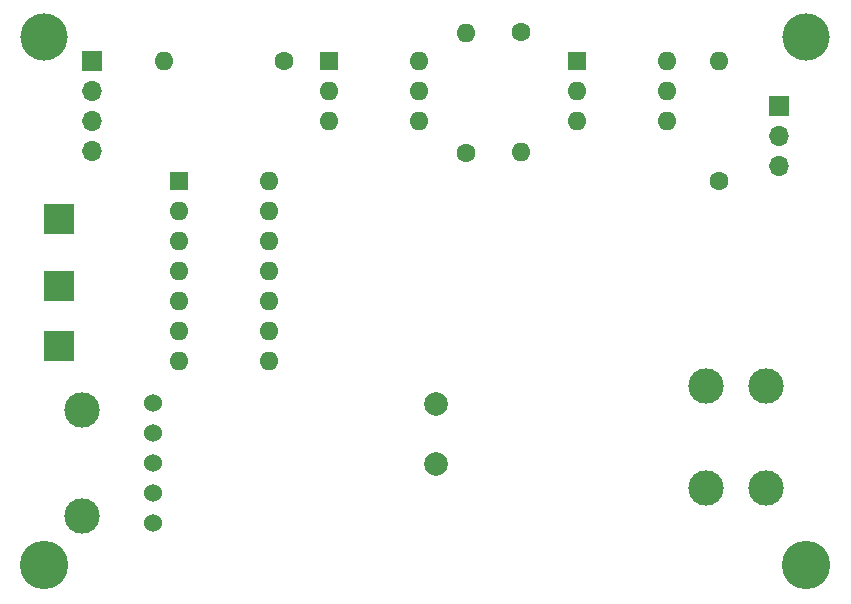
<source format=gbr>
%TF.GenerationSoftware,KiCad,Pcbnew,7.0.10*%
%TF.CreationDate,2024-11-29T16:25:44-07:00*%
%TF.ProjectId,PiTrac Connector Board,50695472-6163-4204-936f-6e6e6563746f,rev?*%
%TF.SameCoordinates,Original*%
%TF.FileFunction,Soldermask,Top*%
%TF.FilePolarity,Negative*%
%FSLAX46Y46*%
G04 Gerber Fmt 4.6, Leading zero omitted, Abs format (unit mm)*
G04 Created by KiCad (PCBNEW 7.0.10) date 2024-11-29 16:25:44*
%MOMM*%
%LPD*%
G01*
G04 APERTURE LIST*
%ADD10R,1.600000X1.600000*%
%ADD11O,1.600000X1.600000*%
%ADD12R,1.700000X1.700000*%
%ADD13O,1.700000X1.700000*%
%ADD14C,2.000000*%
%ADD15C,3.000000*%
%ADD16C,1.600000*%
%ADD17C,4.000000*%
%ADD18R,2.500000X2.500000*%
%ADD19C,4.100000*%
%ADD20C,1.524000*%
G04 APERTURE END LIST*
D10*
%TO.C,U2*%
X155551400Y-81280000D03*
D11*
X155551400Y-83820000D03*
X155551400Y-86360000D03*
X163171400Y-86360000D03*
X163171400Y-83820000D03*
X163171400Y-81280000D03*
%TD*%
D12*
%TO.C,Sys2_Conn1*%
X172720000Y-85090000D03*
D13*
X172720000Y-87630000D03*
X172720000Y-90170000D03*
%TD*%
D12*
%TO.C,Sys1_Conn1*%
X114485068Y-81280000D03*
D13*
X114485068Y-83820000D03*
X114485068Y-86360000D03*
X114485068Y-88900000D03*
%TD*%
D14*
%TO.C,U5*%
X143625757Y-115391309D03*
X143625757Y-110311309D03*
D15*
X166485757Y-108851309D03*
X171565757Y-108851309D03*
X166485757Y-117431309D03*
X171565757Y-117431309D03*
%TD*%
D16*
%TO.C,R2*%
X146176246Y-89079071D03*
D11*
X146176246Y-78919071D03*
%TD*%
D10*
%TO.C,U3*%
X134620000Y-81280000D03*
D11*
X134620000Y-83820000D03*
X134620000Y-86360000D03*
X142240000Y-86360000D03*
X142240000Y-83820000D03*
X142240000Y-81280000D03*
%TD*%
D16*
%TO.C,R3*%
X167640000Y-91440000D03*
D11*
X167640000Y-81280000D03*
%TD*%
D17*
%TO.C,REF\u002A\u002A*%
X110500000Y-79300000D03*
%TD*%
D18*
%TO.C,Strobe1*%
X111760000Y-100330000D03*
%TD*%
D19*
%TO.C,REF\u002A\u002A*%
X175000000Y-124000000D03*
%TD*%
D18*
%TO.C,Shutter1*%
X111760000Y-94694197D03*
%TD*%
D10*
%TO.C,U4*%
X121920000Y-91440000D03*
D11*
X121920000Y-93980000D03*
X121920000Y-96520000D03*
X121920000Y-99060000D03*
X121920000Y-101600000D03*
X121920000Y-104140000D03*
X121920000Y-106680000D03*
X129540000Y-106680000D03*
X129540000Y-104140000D03*
X129540000Y-101600000D03*
X129540000Y-99060000D03*
X129540000Y-96520000D03*
X129540000Y-93980000D03*
X129540000Y-91440000D03*
%TD*%
D17*
%TO.C,REF\u002A\u002A*%
X175000000Y-79300000D03*
%TD*%
D16*
%TO.C,R1*%
X130810000Y-81280000D03*
D11*
X120650000Y-81280000D03*
%TD*%
D19*
%TO.C,REF\u002A\u002A*%
X110500000Y-124000000D03*
%TD*%
D18*
%TO.C,Sys1_GND1*%
X111760000Y-105410000D03*
%TD*%
D16*
%TO.C,R4*%
X150840032Y-78861002D03*
D11*
X150840032Y-89021002D03*
%TD*%
D20*
%TO.C,J3*%
X119700000Y-110240000D03*
X119700000Y-112780000D03*
X119700000Y-115320000D03*
X119700000Y-117860000D03*
X119700000Y-120400000D03*
D15*
X113700000Y-110820000D03*
X113700000Y-119820000D03*
%TD*%
M02*

</source>
